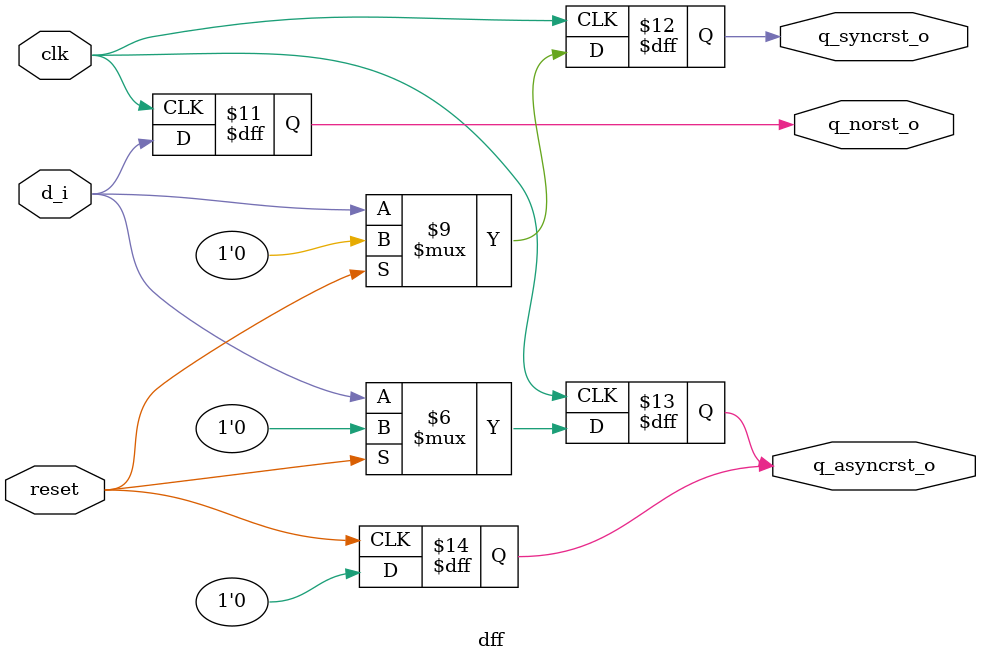
<source format=sv>
module dff (
  input     logic      clk,
  input     logic      reset,

  input     logic      d_i,

  output    logic      q_norst_o,
  output    logic      q_syncrst_o,
  output    logic      q_asyncrst_o
);

// async reset => doesnt wait for clock

always @(posedge reset) begin
  // async reset output gets zeroed
  q_asyncrst_o <= 1'b0;
end

always @(posedge clk) begin
  if(reset) begin
    q_syncrst_o <= 1'b0;
    q_asyncrst_o <= 1'b0;
    q_norst_o <= d_i;
  end else begin
    q_syncrst_o <= d_i;
    q_asyncrst_o <= d_i;
    q_norst_o <= d_i;
  end
end 
endmodule

</source>
